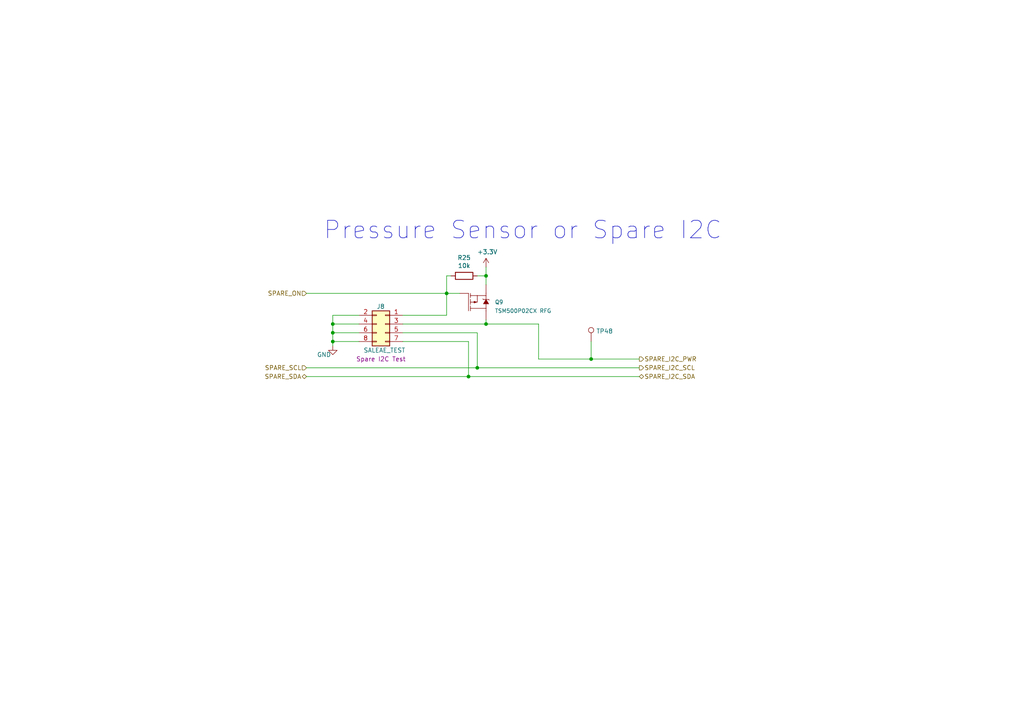
<source format=kicad_sch>
(kicad_sch (version 20211123) (generator eeschema)
  (paper "A4")
  (title_block (title "LCP Controller ") (date "2022-12-19") (rev "0.3") (company "NOAA Pacific Marine Environmental Laboratory") (comment 3 "Current design modified by: Basharat Basharat") (comment 4 "Current design by: Matt Casari") (comment 5 "Current design modified by: Basharat Martin"))
  (lib_symbols
    (symbol "Connector:TestPoint" (pin_numbers hide) (pin_names (offset 0.762) hide)
      (property "Reference" "TP" (at 0 6.858 0))
      (property "Value" "TestPoint" (at 0 5.08 0))
      (symbol "TestPoint_0_1"
        (circle (center 0 3.302) (radius 0.762))
      )
      (symbol "TestPoint_1_1"
        (pin passive line (at 0 0 90) (length 2.54) (name "1") (number "1"))
      )
    )
    (symbol "Connector_Generic:Conn_02x04_Odd_Even" (pin_names (offset 1.016) hide)
      (property "Reference" "J" (at 1.27 5.08 0))
      (property "Value" "Conn_02x04_Odd_Even" (at 1.27 -7.62 0))
      (symbol "Conn_02x04_Odd_Even_1_1"
        (rectangle (start -1.27 -4.953) (end 0 -5.207) (stroke (width 0.1524)))
        (rectangle (start -1.27 -2.413) (end 0 -2.667) (stroke (width 0.1524)))
        (rectangle (start -1.27 0.127) (end 0 -0.127) (stroke (width 0.1524)))
        (rectangle (start -1.27 2.667) (end 0 2.413) (stroke (width 0.1524)))
        (rectangle (start -1.27 3.81) (end 3.81 -6.35) (stroke (width 0.254)) (fill (type background)))
        (rectangle (start 3.81 -4.953) (end 2.54 -5.207) (stroke (width 0.1524)))
        (rectangle (start 3.81 -2.413) (end 2.54 -2.667) (stroke (width 0.1524)))
        (rectangle (start 3.81 0.127) (end 2.54 -0.127) (stroke (width 0.1524)))
        (rectangle (start 3.81 2.667) (end 2.54 2.413) (stroke (width 0.1524)))
        (pin passive line (at -5.08 2.54 0) (length 3.81) (name "Pin_1") (number "1"))
        (pin passive line (at 7.62 2.54 180) (length 3.81) (name "Pin_2") (number "2"))
        (pin passive line (at -5.08 0 0) (length 3.81) (name "Pin_3") (number "3"))
        (pin passive line (at 7.62 0 180) (length 3.81) (name "Pin_4") (number "4"))
        (pin passive line (at -5.08 -2.54 0) (length 3.81) (name "Pin_5") (number "5"))
        (pin passive line (at 7.62 -2.54 180) (length 3.81) (name "Pin_6") (number "6"))
        (pin passive line (at -5.08 -5.08 0) (length 3.81) (name "Pin_7") (number "7"))
        (pin passive line (at 7.62 -5.08 180) (length 3.81) (name "Pin_8") (number "8"))
      )
    )
    (symbol "Device:R" (pin_numbers hide) (pin_names (offset 0))
      (property "Reference" "R" (at 2.032 0 90))
      (property "Value" "R" (at 0 0 90))
      (symbol "R_0_1"
        (rectangle (start -1.016 -2.54) (end 1.016 2.54) (stroke (width 0.254)))
      )
      (symbol "R_1_1"
        (pin passive line (at 0 3.81 270) (length 1.27) (name "~") (number "1"))
        (pin passive line (at 0 -3.81 90) (length 1.27) (name "~") (number "2"))
      )
    )
    (symbol "SparkFun-DiscreteSemi:MOSFET_PCH-DMG2307L" (pin_numbers hide) (pin_names (offset 1.016) hide)
      (property "Reference" "Q" (at 3.81 3.81 0))
      (property "Value" "MOSFET_PCH-DMG2307L" (at 3.81 -5.08 0))
      (property "Field4" "TRANS-11308" (at 0 7.62 0))
      (symbol "MOSFET_PCH-DMG2307L_1_0"
        (polyline (pts (xy -2.54 -2.54) (xy -2.54 2.54)))
        (polyline (pts (xy -1.9812 -1.905) (xy -1.9812 -2.54)))
        (polyline (pts (xy -1.9812 -1.905) (xy 0 -1.905)))
        (polyline (pts (xy -1.9812 -1.2954) (xy -1.9812 -1.905)))
        (polyline (pts (xy -1.9812 0) (xy -1.9812 -0.8382)))
        (polyline (pts (xy -1.9812 0.6858) (xy -1.9812 0)))
        (polyline (pts (xy -1.9812 1.8034) (xy -1.9812 1.0922)))
        (polyline (pts (xy -1.9812 1.8034) (xy 2.54 1.8034)))
        (polyline (pts (xy -1.9812 2.54) (xy -1.9812 1.8034)))
        (polyline (pts (xy 0 -1.905) (xy 0 0)))
        (polyline (pts (xy 0 0) (xy -1.9812 0)))
        (polyline (pts (xy 1.778 -0.762) (xy 1.6002 -0.9398)))
        (polyline (pts (xy 1.778 -0.762) (xy 3.302 -0.762)))
        (polyline (pts (xy 2.54 -2.54) (xy 2.54 -1.905)))
        (polyline (pts (xy 2.54 -1.905) (xy 0 -1.905)))
        (polyline (pts (xy 2.54 -1.905) (xy 2.54 -0.7874)))
        (polyline (pts (xy 2.54 1.8034) (xy 2.54 0.5842)))
        (polyline (pts (xy 2.54 2.54) (xy 2.54 1.8034)))
        (polyline (pts (xy 3.4798 -0.5842) (xy 3.302 -0.762)))
      )
      (symbol "MOSFET_PCH-DMG2307L_1_1"
        (polyline (pts (xy -0.1778 0) (xy -0.9398 -0.254) (xy -0.9398 -0.254) (xy -0.9398 0.254) (xy -0.9398 0.254) (xy -0.1778 0)) (fill (type outline)))
        (polyline (pts (xy 3.302 0.508) (xy 2.54 -0.762) (xy 2.54 -0.762) (xy 1.778 0.508) (xy 1.778 0.508) (xy 3.302 0.508)) (fill (type outline)))
        (pin bidirectional line (at -5.08 -2.54 0) (length 2.54) (name "G") (number "1"))
        (pin bidirectional line (at 2.54 -5.08 90) (length 2.54) (name "S") (number "2"))
        (pin bidirectional line (at 2.54 5.08 270) (length 2.54) (name "D") (number "3"))
      )
    )
    (symbol "power:+3.3V" (power) (pin_names (offset 0))
      (property "Value" "+3.3V" (at 0 3.556 0))
      (symbol "+3.3V_0_1"
        (polyline (pts (xy -0.762 1.27) (xy 0 2.54)))
        (polyline (pts (xy 0 0) (xy 0 2.54)))
        (polyline (pts (xy 0 2.54) (xy 0.762 1.27)))
      )
      (symbol "+3.3V_1_1"
        (pin power_in line (at 0 0 90) (length 0) hide (name "+3.3V") (number "1"))
      )
    )
    (symbol "power:GND" (power) (pin_names (offset 0))
      (property "Value" "GND" (at 0 -3.81 0))
      (symbol "GND_0_1"
        (polyline (pts (xy 0 0) (xy 0 -1.27) (xy 1.27 -1.27) (xy 0 -2.54) (xy -1.27 -1.27) (xy 0 -1.27)))
      )
      (symbol "GND_1_1"
        (pin power_in line (at 0 0 270) (length 0) hide (name "GND") (number "1"))
      )
    )
  )
  (junction (at 140.97 93.98))
  (junction (at 96.52 93.98))
  (junction (at 171.45 104.14))
  (junction (at 138.43 106.68))
  (junction (at 140.97 80.01))
  (junction (at 135.89 109.22))
  (junction (at 96.52 99.06))
  (junction (at 129.54 85.09))
  (junction (at 96.52 96.52))
  (wire (pts (xy 129.54 85.09) (xy 129.54 80.01)))
  (wire (pts (xy 96.52 93.98) (xy 96.52 96.52)))
  (wire (pts (xy 88.9 106.68) (xy 138.43 106.68)))
  (wire (pts (xy 129.54 80.01) (xy 130.81 80.01)))
  (wire (pts (xy 135.89 99.06) (xy 135.89 109.22)))
  (wire (pts (xy 88.9 85.09) (xy 129.54 85.09)))
  (wire (pts (xy 140.97 80.01) (xy 140.97 82.55)))
  (wire (pts (xy 138.43 106.68) (xy 185.42 106.68)))
  (wire (pts (xy 185.42 104.14) (xy 171.45 104.14)))
  (wire (pts (xy 140.97 93.98) (xy 156.21 93.98)))
  (wire (pts (xy 156.21 93.98) (xy 156.21 104.14)))
  (wire (pts (xy 104.14 99.06) (xy 96.52 99.06)))
  (wire (pts (xy 96.52 93.98) (xy 96.52 91.44)))
  (wire (pts (xy 135.89 109.22) (xy 185.42 109.22)))
  (wire (pts (xy 171.45 104.14) (xy 156.21 104.14)))
  (wire (pts (xy 116.84 99.06) (xy 135.89 99.06)))
  (wire (pts (xy 116.84 93.98) (xy 140.97 93.98)))
  (wire (pts (xy 96.52 96.52) (xy 96.52 99.06)))
  (wire (pts (xy 104.14 93.98) (xy 96.52 93.98)))
  (wire (pts (xy 88.9 109.22) (xy 135.89 109.22)))
  (wire (pts (xy 138.43 96.52) (xy 138.43 106.68)))
  (wire (pts (xy 171.45 99.06) (xy 171.45 104.14)))
  (wire (pts (xy 140.97 77.47) (xy 140.97 80.01)))
  (wire (pts (xy 133.35 85.09) (xy 129.54 85.09)))
  (wire (pts (xy 104.14 96.52) (xy 96.52 96.52)))
  (wire (pts (xy 96.52 91.44) (xy 104.14 91.44)))
  (wire (pts (xy 96.52 99.06) (xy 96.52 100.33)))
  (wire (pts (xy 116.84 96.52) (xy 138.43 96.52)))
  (wire (pts (xy 138.43 80.01) (xy 140.97 80.01)))
  (wire (pts (xy 140.97 93.98) (xy 140.97 92.71)))
  (wire (pts (xy 116.84 91.44) (xy 129.54 91.44)))
  (wire (pts (xy 129.54 91.44) (xy 129.54 85.09)))
  (text "Pressure Sensor or Spare I2C" (at 209.55 69.85 180) (effects (font (size 5.08 5.08)) (justify right bottom)))
  (hierarchical_label "SPARE_I2C_SDA" (shape bidirectional) (at 185.42 109.22 0))
  (hierarchical_label "SPARE_SDA" (shape bidirectional) (at 88.9 109.22 180))
  (hierarchical_label "SPARE_I2C_SCL" (shape output) (at 185.42 106.68 0))
  (hierarchical_label "SPARE_SCL" (shape input) (at 88.9 106.68 180))
  (hierarchical_label "SPARE_I2C_PWR" (shape output) (at 185.42 104.14 0))
  (hierarchical_label "SPARE_ON" (shape input) (at 88.9 85.09 180))
  (symbol (lib_id "SparkFun-DiscreteSemi:MOSFET_PCH-DMG2307L") (at 138.43 87.63 0) (mirror x) (unit 1)
    (property "Reference" "Q9" (at 143.51 87.63 0) (effects (font (size 1.143 1.143)) (justify left)))
    (property "Value" "TSM500P02CX RFG " (at 143.51 90.17 0) (effects (font (size 1.143 1.143)) (justify left)))
    (property "Footprint" "Package_TO_SOT_SMD:SOT-23" (effects hide))
    (property "Datasheet" "https://www.mouser.com/datasheet/2/395/TSM500P02CX_B1811-1918968.pdf" (effects hide))
    (property "MPN" "TSM500P02CX RFG " (effects hide))
    (property "Field4" "TRANS-11308" (effects hide))
  )
  (symbol (lib_id "power:+3.3V") (at 140.97 77.47 0) (unit 1)
    (property "Reference" "#PWR067" (effects hide))
    (property "Value" "+3.3V" (at 141.351 73.0758 0))
  )
  (symbol (lib_id "Device:R") (at 134.62 80.01 270) (unit 1)
    (property "Reference" "R25" (at 134.62 74.7522 90))
    (property "Value" "10k" (at 134.62 77.0636 90))
    (property "Footprint" "Resistor_SMD:R_0805_2012Metric" (effects hide))
    (property "MPN" "ERA-6AEB103V" (effects hide))
  )
  (symbol (lib_id "Connector:TestPoint") (at 171.45 99.06 0) (unit 1)
    (property "Reference" "TP48" (at 172.9232 96.0628 0) (effects (justify left)))
    (property "Value" "5004" (effects hide))
    (property "Footprint" "TestPoint:TestPoint_Keystone_5000-5004_Miniature" (effects hide))
    (property "TestPoint" "Spare_I2C_PWR" (effects hide))
  )
  (symbol (lib_id "Connector_Generic:Conn_02x04_Odd_Even") (at 111.76 93.98 0) (mirror y) (unit 1)
    (property "Reference" "J8" (at 109.22 88.9 0) (effects (justify right)))
    (property "Value" "SALEAE_TEST" (at 105.41 101.6 0) (effects (justify right)))
    (property "Footprint" "Connector_PinHeader_2.54mm:PinHeader_2x04_P2.54mm_Vertical" (effects hide))
    (property "TestPoint" "Spare I2C Test" (at 110.49 104.14 0))
    (property "MPN" "0010897080" (effects hide))
  )
  (symbol (lib_id "power:GND") (at 96.52 100.33 0) (unit 1)
    (property "Reference" "#PWR064" (effects hide))
    (property "Value" "GND" (at 93.98 102.87 0))
  )
)
</source>
